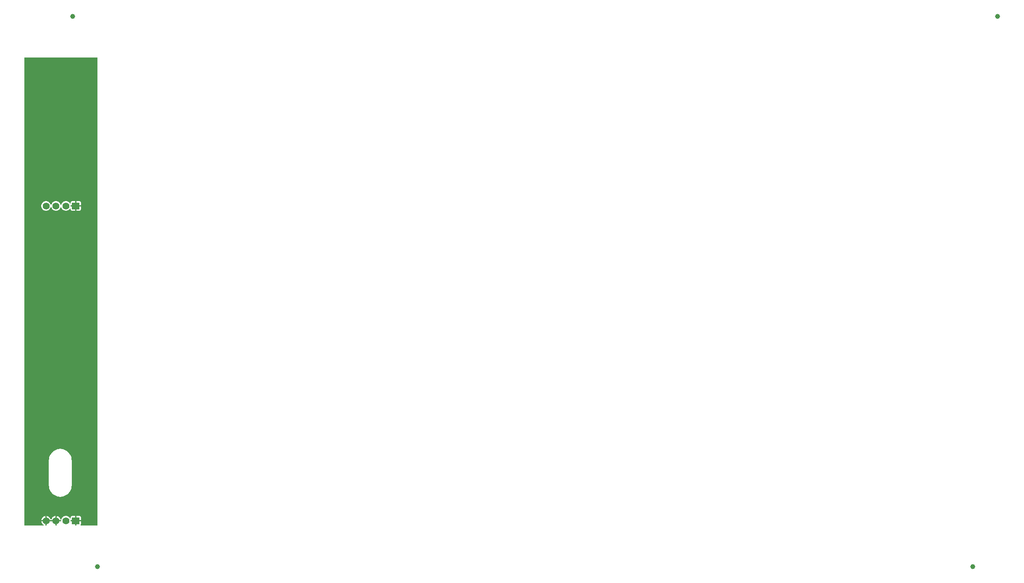
<source format=gbl>
G04 Layer: BottomLayer*
G04 Panelize: Stamp Hole, Column: 10, Row: 1, Board Size: 15.24mm x 95mm, Panelized Board Size: 206.4mm x 95mm*
G04 EasyEDA v6.5.34, 2023-08-21 18:11:39*
G04 6b2dacb3b0004d39b2713aafaac8f7a9,5a6b42c53f6a479593ecc07194224c93,10*
G04 Gerber Generator version 0.2*
G04 Scale: 100 percent, Rotated: No, Reflected: No *
G04 Dimensions in millimeters *
G04 leading zeros omitted , absolute positions ,4 integer and 5 decimal *
%FSLAX45Y45*%
%MOMM*%

%AMMACRO1*21,1,$1,$2,0,0,$3*%
%ADD10C,1.0000*%
%ADD11C,1.4000*%
%ADD12MACRO1,1.524X1.4X0.0000*%

%LPD*%
G36*
X290068Y1842007D02*
G01*
X286156Y1842770D01*
X282905Y1845005D01*
X280670Y1848256D01*
X279908Y1852168D01*
X279908Y11279632D01*
X280670Y11283543D01*
X282905Y11286794D01*
X286156Y11289030D01*
X290068Y11289792D01*
X1741932Y11289792D01*
X1745843Y11289030D01*
X1749094Y11286794D01*
X1751330Y11283543D01*
X1752092Y11279632D01*
X1752092Y1852168D01*
X1751330Y1848256D01*
X1749094Y1845005D01*
X1745843Y1842770D01*
X1741932Y1842007D01*
X1421384Y1842007D01*
X1417167Y1842922D01*
X1413713Y1845462D01*
X1411630Y1849221D01*
X1411325Y1853539D01*
X1412798Y1857552D01*
X1415491Y1861870D01*
X1417370Y1867357D01*
X1418082Y1873656D01*
X1418082Y1930400D01*
X1328674Y1930400D01*
X1328674Y1852168D01*
X1327912Y1848256D01*
X1325727Y1845005D01*
X1322425Y1842770D01*
X1318514Y1842007D01*
X1313434Y1842007D01*
X1309573Y1842770D01*
X1306271Y1845005D01*
X1304086Y1848256D01*
X1303274Y1852168D01*
X1303274Y1930400D01*
X1221892Y1930400D01*
X1217980Y1931162D01*
X1214729Y1933346D01*
X1212494Y1936648D01*
X1211732Y1940560D01*
X1211732Y1945639D01*
X1212494Y1949500D01*
X1214729Y1952802D01*
X1217980Y1955038D01*
X1221892Y1955800D01*
X1303274Y1955800D01*
X1303274Y2039010D01*
X1240383Y2039010D01*
X1234033Y2038299D01*
X1228598Y2036368D01*
X1223670Y2033320D01*
X1219606Y2029206D01*
X1216507Y2024329D01*
X1214577Y2018842D01*
X1213866Y2012543D01*
X1213866Y2002282D01*
X1213002Y1998167D01*
X1210513Y1994712D01*
X1206804Y1992630D01*
X1202588Y1992223D01*
X1198524Y1993544D01*
X1195425Y1996439D01*
X1190396Y2003602D01*
X1181455Y2013153D01*
X1171295Y2021433D01*
X1160119Y2028240D01*
X1148130Y2033422D01*
X1135481Y2036978D01*
X1122527Y2038756D01*
X1109472Y2038756D01*
X1096467Y2036978D01*
X1083868Y2033422D01*
X1071880Y2028240D01*
X1060704Y2021433D01*
X1050544Y2013153D01*
X1041603Y2003602D01*
X1034084Y1992934D01*
X1028039Y1981301D01*
X1025550Y1974291D01*
X1023416Y1970786D01*
X1020064Y1968398D01*
X1016000Y1967534D01*
X1011936Y1968398D01*
X1008583Y1970786D01*
X1006398Y1974291D01*
X1003960Y1981301D01*
X997915Y1992934D01*
X990396Y2003602D01*
X981456Y2013153D01*
X971296Y2021433D01*
X960119Y2028240D01*
X948131Y2033422D01*
X935482Y2036978D01*
X928674Y2037892D01*
X928674Y1955800D01*
X1010107Y1955800D01*
X1013968Y1955038D01*
X1017269Y1952802D01*
X1019505Y1949500D01*
X1020267Y1945639D01*
X1020267Y1940560D01*
X1019505Y1936648D01*
X1017269Y1933346D01*
X1013968Y1931162D01*
X1010107Y1930400D01*
X928674Y1930400D01*
X928674Y1852168D01*
X927912Y1848256D01*
X925728Y1845005D01*
X922426Y1842770D01*
X918514Y1842007D01*
X913434Y1842007D01*
X909574Y1842770D01*
X906271Y1845005D01*
X904087Y1848256D01*
X903274Y1852168D01*
X903274Y1930400D01*
X728675Y1930400D01*
X728675Y1852168D01*
X727913Y1848256D01*
X725728Y1845005D01*
X722426Y1842770D01*
X718515Y1842007D01*
X713435Y1842007D01*
X709574Y1842770D01*
X706272Y1845005D01*
X704088Y1848256D01*
X703275Y1852168D01*
X703275Y1930400D01*
X620979Y1930400D01*
X623671Y1917242D01*
X628040Y1904898D01*
X634085Y1893265D01*
X641604Y1882597D01*
X650544Y1872996D01*
X660704Y1864766D01*
X667156Y1860854D01*
X670306Y1857857D01*
X671880Y1853793D01*
X671626Y1849424D01*
X669594Y1845564D01*
X666140Y1842922D01*
X661873Y1842007D01*
G37*

%LPC*%
G36*
X620979Y1955800D02*
G01*
X703275Y1955800D01*
X703275Y2037892D01*
X696468Y2036978D01*
X683869Y2033422D01*
X671880Y2028240D01*
X660704Y2021433D01*
X650544Y2013153D01*
X641604Y2003602D01*
X634085Y1992934D01*
X628040Y1981301D01*
X623671Y1968957D01*
G37*
G36*
X1328674Y1955800D02*
G01*
X1418082Y1955800D01*
X1418082Y2012543D01*
X1417370Y2018842D01*
X1415491Y2024329D01*
X1412392Y2029206D01*
X1408328Y2033320D01*
X1403400Y2036368D01*
X1397965Y2038299D01*
X1391615Y2039010D01*
X1328674Y2039010D01*
G37*
G36*
X728675Y1955800D02*
G01*
X903274Y1955800D01*
X903274Y2037892D01*
X896467Y2036978D01*
X883869Y2033422D01*
X871880Y2028240D01*
X860704Y2021433D01*
X850544Y2013153D01*
X841603Y2003602D01*
X834085Y1992934D01*
X828040Y1981301D01*
X825550Y1974291D01*
X823417Y1970786D01*
X820064Y1968398D01*
X816000Y1967534D01*
X811936Y1968398D01*
X808583Y1970786D01*
X806450Y1974291D01*
X803960Y1981301D01*
X797915Y1992934D01*
X790397Y2003602D01*
X781456Y2013153D01*
X771296Y2021433D01*
X760120Y2028240D01*
X748131Y2033422D01*
X735482Y2036978D01*
X728675Y2037892D01*
G37*
G36*
X993038Y2425446D02*
G01*
X1013561Y2425446D01*
X1034034Y2427274D01*
X1054303Y2430932D01*
X1074115Y2436418D01*
X1093317Y2443632D01*
X1111859Y2452573D01*
X1129487Y2463088D01*
X1146149Y2475179D01*
X1161643Y2488692D01*
X1175816Y2503576D01*
X1188669Y2519629D01*
X1199946Y2536799D01*
X1209700Y2554884D01*
X1217777Y2573782D01*
X1224127Y2593340D01*
X1228699Y2613406D01*
X1231493Y2633776D01*
X1232408Y2654503D01*
X1232408Y3162096D01*
X1231493Y3182823D01*
X1228699Y3203194D01*
X1224127Y3223260D01*
X1217777Y3242818D01*
X1209700Y3261715D01*
X1199946Y3279800D01*
X1188669Y3296970D01*
X1175816Y3313023D01*
X1161643Y3327908D01*
X1146149Y3341420D01*
X1129487Y3353511D01*
X1111859Y3364026D01*
X1093317Y3372967D01*
X1074115Y3380181D01*
X1054303Y3385667D01*
X1034034Y3389325D01*
X1013561Y3391154D01*
X993038Y3391154D01*
X972566Y3389325D01*
X952296Y3385667D01*
X932484Y3380181D01*
X913282Y3372967D01*
X894740Y3364026D01*
X877112Y3353511D01*
X860450Y3341420D01*
X844956Y3327908D01*
X830783Y3313023D01*
X817930Y3296970D01*
X806653Y3279800D01*
X796899Y3261715D01*
X788822Y3242818D01*
X782472Y3223260D01*
X777900Y3203194D01*
X775106Y3182823D01*
X774192Y3162096D01*
X774192Y2654503D01*
X775106Y2633776D01*
X777900Y2613406D01*
X782472Y2593340D01*
X788822Y2573782D01*
X796899Y2554884D01*
X806653Y2536799D01*
X817930Y2519629D01*
X830783Y2503576D01*
X844956Y2488692D01*
X860450Y2475179D01*
X877112Y2463088D01*
X894740Y2452573D01*
X913282Y2443632D01*
X932484Y2436418D01*
X952296Y2430932D01*
X972566Y2427274D01*
G37*
G36*
X1328674Y8197189D02*
G01*
X1391615Y8197189D01*
X1397965Y8197900D01*
X1403400Y8199780D01*
X1408328Y8202879D01*
X1412392Y8206994D01*
X1415491Y8211870D01*
X1417370Y8217306D01*
X1418082Y8223656D01*
X1418082Y8280400D01*
X1328674Y8280400D01*
G37*
G36*
X1240383Y8197189D02*
G01*
X1303274Y8197189D01*
X1303274Y8280400D01*
X1221892Y8280400D01*
X1217980Y8281162D01*
X1214729Y8283346D01*
X1212494Y8286648D01*
X1211732Y8290559D01*
X1211732Y8295640D01*
X1212494Y8299500D01*
X1214729Y8302802D01*
X1217980Y8304987D01*
X1221892Y8305800D01*
X1303274Y8305800D01*
X1303274Y8389010D01*
X1240383Y8389010D01*
X1234033Y8388299D01*
X1228598Y8386368D01*
X1223670Y8383270D01*
X1219606Y8379206D01*
X1216507Y8374278D01*
X1214577Y8368842D01*
X1213866Y8362492D01*
X1213866Y8352281D01*
X1213002Y8348116D01*
X1210513Y8344712D01*
X1206804Y8342630D01*
X1202588Y8342223D01*
X1198524Y8343544D01*
X1195425Y8346440D01*
X1190396Y8353602D01*
X1181455Y8363153D01*
X1171295Y8371433D01*
X1160119Y8378240D01*
X1148130Y8383422D01*
X1135481Y8386978D01*
X1122527Y8388756D01*
X1109472Y8388756D01*
X1096467Y8386978D01*
X1083868Y8383422D01*
X1071880Y8378240D01*
X1060704Y8371433D01*
X1050544Y8363153D01*
X1041603Y8353602D01*
X1034084Y8342884D01*
X1028039Y8331301D01*
X1025550Y8324291D01*
X1023416Y8320786D01*
X1020064Y8318398D01*
X1016000Y8317534D01*
X1011936Y8318398D01*
X1008583Y8320786D01*
X1006398Y8324291D01*
X1003960Y8331301D01*
X997915Y8342884D01*
X990396Y8353602D01*
X981456Y8363153D01*
X971296Y8371433D01*
X960119Y8378240D01*
X948131Y8383422D01*
X935482Y8386978D01*
X922528Y8388756D01*
X909472Y8388756D01*
X896467Y8386978D01*
X883869Y8383422D01*
X871880Y8378240D01*
X860704Y8371433D01*
X850544Y8363153D01*
X841603Y8353602D01*
X834085Y8342884D01*
X828040Y8331301D01*
X825550Y8324291D01*
X823417Y8320786D01*
X820064Y8318398D01*
X816000Y8317534D01*
X811936Y8318398D01*
X808583Y8320786D01*
X806450Y8324291D01*
X803960Y8331301D01*
X797915Y8342884D01*
X790397Y8353602D01*
X781456Y8363153D01*
X771296Y8371433D01*
X760120Y8378240D01*
X748131Y8383422D01*
X735482Y8386978D01*
X722528Y8388756D01*
X709472Y8388756D01*
X696468Y8386978D01*
X683869Y8383422D01*
X671880Y8378240D01*
X660704Y8371433D01*
X650544Y8363153D01*
X641604Y8353602D01*
X634085Y8342884D01*
X628040Y8331301D01*
X623671Y8318957D01*
X621030Y8306155D01*
X620115Y8293100D01*
X621030Y8280044D01*
X623671Y8267192D01*
X628040Y8254898D01*
X634085Y8243265D01*
X641604Y8232546D01*
X650544Y8222996D01*
X660704Y8214766D01*
X671880Y8207959D01*
X683869Y8202726D01*
X696468Y8199221D01*
X709472Y8197443D01*
X722528Y8197443D01*
X735482Y8199221D01*
X748131Y8202726D01*
X760120Y8207959D01*
X771296Y8214766D01*
X781456Y8222996D01*
X790397Y8232546D01*
X797915Y8243265D01*
X803960Y8254898D01*
X806450Y8261858D01*
X808583Y8265414D01*
X811936Y8267801D01*
X816000Y8268614D01*
X820064Y8267801D01*
X823417Y8265414D01*
X825550Y8261858D01*
X828040Y8254898D01*
X834085Y8243265D01*
X841603Y8232546D01*
X850544Y8222996D01*
X860704Y8214766D01*
X871880Y8207959D01*
X883869Y8202726D01*
X896467Y8199221D01*
X909472Y8197443D01*
X922528Y8197443D01*
X935482Y8199221D01*
X948131Y8202726D01*
X960119Y8207959D01*
X971296Y8214766D01*
X981456Y8222996D01*
X990396Y8232546D01*
X997915Y8243265D01*
X1003960Y8254898D01*
X1006398Y8261858D01*
X1008583Y8265414D01*
X1011936Y8267801D01*
X1016000Y8268614D01*
X1020064Y8267801D01*
X1023416Y8265414D01*
X1025550Y8261858D01*
X1028039Y8254898D01*
X1034084Y8243265D01*
X1041603Y8232546D01*
X1050544Y8222996D01*
X1060704Y8214766D01*
X1071880Y8207959D01*
X1083868Y8202726D01*
X1096467Y8199221D01*
X1109472Y8197443D01*
X1122527Y8197443D01*
X1135481Y8199221D01*
X1148130Y8202726D01*
X1160119Y8207959D01*
X1171295Y8214766D01*
X1181455Y8222996D01*
X1190396Y8232546D01*
X1195425Y8239709D01*
X1198524Y8242604D01*
X1202588Y8243976D01*
X1206804Y8243570D01*
X1210513Y8241436D01*
X1213002Y8238032D01*
X1213866Y8233867D01*
X1213866Y8223656D01*
X1214577Y8217306D01*
X1216507Y8211870D01*
X1219606Y8206994D01*
X1223670Y8202879D01*
X1228598Y8199780D01*
X1234033Y8197900D01*
G37*
G36*
X1328674Y8305800D02*
G01*
X1418082Y8305800D01*
X1418082Y8362492D01*
X1417370Y8368842D01*
X1415491Y8374278D01*
X1412392Y8379206D01*
X1408328Y8383270D01*
X1403400Y8386368D01*
X1397965Y8388299D01*
X1391615Y8389010D01*
X1328674Y8389010D01*
G37*

%LPD*%
D10*
G01*
X1253998Y12115698D03*
G01*
X19893991Y12115698D03*
G01*
X1753997Y1016101D03*
G01*
X19393992Y1016101D03*
D11*
G01*
X716000Y8293074D03*
G01*
X916000Y8293074D03*
G01*
X1115999Y8293074D03*
D12*
G01*
X1315996Y8293082D03*
D11*
G01*
X716000Y1943100D03*
G01*
X916000Y1943100D03*
G01*
X1115999Y1943100D03*
D12*
G01*
X1315996Y1943094D03*
M02*

</source>
